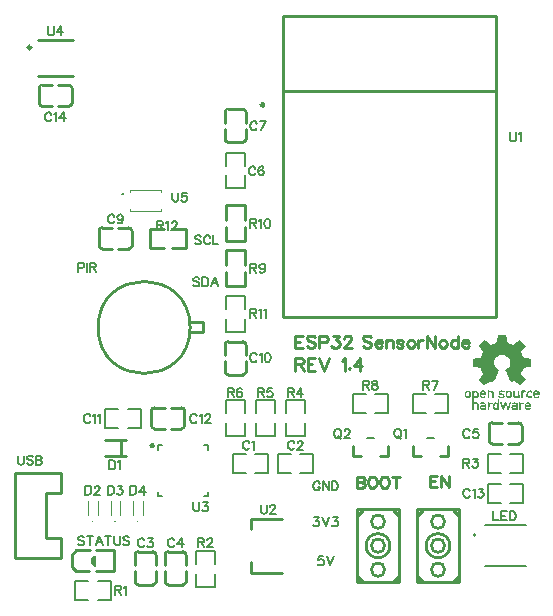
<source format=gto>
G04 Layer: TopSilkLayer*
G04 EasyEDA v6.3.43, 2020-05-12T15:16:01+02:00*
G04 4d644927dd1f4b27a0df6f52f7f7ce2a,accd6950acb14890b3c9ed90e7fce2f1,10*
G04 Gerber Generator version 0.2*
G04 Scale: 100 percent, Rotated: No, Reflected: No *
G04 Dimensions in inches *
G04 leading zeros omitted , absolute positions ,2 integer and 4 decimal *
%FSLAX24Y24*%
%MOIN*%
G90*
G70D02*

%ADD10C,0.010000*%
%ADD43C,0.004000*%
%ADD44C,0.007874*%
%ADD45C,0.005000*%
%ADD46C,0.005910*%
%ADD47C,0.006000*%
%ADD48C,0.003940*%
%ADD49C,0.009843*%
%ADD50C,0.003937*%
%ADD51C,0.011810*%
%ADD52C,0.005906*%

%LPD*%

%LPD*%
G36*
G01X16514Y9274D02*
G01X16260Y9274D01*
G01X16250Y9250D01*
G01X16245Y9233D01*
G01X16239Y9207D01*
G01X16233Y9174D01*
G01X16227Y9139D01*
G01X16215Y9053D01*
G01X16188Y9026D01*
G01X16171Y9014D01*
G01X16146Y9000D01*
G01X16116Y8987D01*
G01X16085Y8976D01*
G01X16010Y8952D01*
G01X15902Y9023D01*
G01X15795Y9093D01*
G01X15700Y9003D01*
G01X15605Y8912D01*
G01X15754Y8710D01*
G01X15724Y8634D01*
G01X15710Y8603D01*
G01X15695Y8573D01*
G01X15681Y8550D01*
G01X15670Y8536D01*
G01X15646Y8513D01*
G01X15557Y8502D01*
G01X15521Y8497D01*
G01X15487Y8491D01*
G01X15460Y8486D01*
G01X15443Y8481D01*
G01X15417Y8471D01*
G01X15417Y8229D01*
G01X15443Y8219D01*
G01X15460Y8215D01*
G01X15486Y8210D01*
G01X15519Y8204D01*
G01X15589Y8194D01*
G01X15620Y8188D01*
G01X15644Y8183D01*
G01X15658Y8178D01*
G01X15668Y8166D01*
G01X15682Y8144D01*
G01X15697Y8112D01*
G01X15714Y8076D01*
G01X15751Y7986D01*
G01X15605Y7788D01*
G01X15700Y7698D01*
G01X15795Y7607D01*
G01X15901Y7677D01*
G01X16007Y7746D01*
G01X16052Y7717D01*
G01X16098Y7689D01*
G01X16147Y7795D01*
G01X16158Y7818D01*
G01X16170Y7844D01*
G01X16206Y7925D01*
G01X16218Y7951D01*
G01X16228Y7975D01*
G01X16237Y7997D01*
G01X16277Y8092D01*
G01X16206Y8166D01*
G01X16135Y8239D01*
G01X16123Y8301D01*
G01X16111Y8362D01*
G01X16151Y8489D01*
G01X16212Y8539D01*
G01X16272Y8590D01*
G01X16333Y8601D01*
G01X16393Y8611D01*
G01X16448Y8600D01*
G01X16503Y8588D01*
G01X16563Y8538D01*
G01X16622Y8489D01*
G01X16643Y8425D01*
G01X16662Y8362D01*
G01X16650Y8301D01*
G01X16638Y8239D01*
G01X16567Y8166D01*
G01X16496Y8092D01*
G01X16537Y7997D01*
G01X16546Y7975D01*
G01X16556Y7951D01*
G01X16568Y7925D01*
G01X16604Y7844D01*
G01X16615Y7818D01*
G01X16626Y7795D01*
G01X16676Y7689D01*
G01X16721Y7717D01*
G01X16767Y7746D01*
G01X16873Y7677D01*
G01X16978Y7607D01*
G01X17074Y7698D01*
G01X17169Y7788D01*
G01X17023Y7986D01*
G01X17060Y8076D01*
G01X17076Y8112D01*
G01X17092Y8144D01*
G01X17106Y8166D01*
G01X17116Y8178D01*
G01X17130Y8183D01*
G01X17154Y8188D01*
G01X17185Y8194D01*
G01X17255Y8204D01*
G01X17288Y8210D01*
G01X17314Y8215D01*
G01X17331Y8219D01*
G01X17357Y8229D01*
G01X17357Y8471D01*
G01X17331Y8481D01*
G01X17314Y8486D01*
G01X17287Y8491D01*
G01X17253Y8497D01*
G01X17216Y8502D01*
G01X17127Y8513D01*
G01X17104Y8536D01*
G01X17093Y8550D01*
G01X17078Y8573D01*
G01X17064Y8603D01*
G01X17050Y8634D01*
G01X17019Y8710D01*
G01X17169Y8912D01*
G01X16978Y9093D01*
G01X16871Y9023D01*
G01X16764Y8952D01*
G01X16689Y8976D01*
G01X16658Y8987D01*
G01X16628Y9000D01*
G01X16603Y9014D01*
G01X16586Y9026D01*
G01X16558Y9053D01*
G01X16546Y9139D01*
G01X16541Y9174D01*
G01X16535Y9207D01*
G01X16529Y9233D01*
G01X16524Y9250D01*
G01X16514Y9274D01*
G37*

%LPD*%
G36*
G01X17560Y7426D02*
G01X17497Y7426D01*
G01X17427Y7360D01*
G01X17427Y7300D01*
G01X17428Y7275D01*
G01X17432Y7249D01*
G01X17438Y7226D01*
G01X17445Y7209D01*
G01X17463Y7176D01*
G01X17600Y7176D01*
G01X17622Y7210D01*
G01X17611Y7226D01*
G01X17600Y7243D01*
G01X17535Y7210D01*
G01X17507Y7220D01*
G01X17480Y7230D01*
G01X17480Y7276D01*
G01X17637Y7276D01*
G01X17637Y7359D01*
G01X17599Y7392D01*
G01X17560Y7426D01*
G37*

%LPC*%
G36*
G01X17524Y7376D02*
G01X17515Y7376D01*
G01X17506Y7373D01*
G01X17497Y7369D01*
G01X17491Y7365D01*
G01X17487Y7360D01*
G01X17483Y7353D01*
G01X17481Y7346D01*
G01X17480Y7340D01*
G01X17480Y7326D01*
G01X17589Y7326D01*
G01X17567Y7351D01*
G01X17557Y7361D01*
G01X17545Y7369D01*
G01X17534Y7375D01*
G01X17524Y7376D01*
G37*

%LPD*%
G36*
G01X17202Y7407D02*
G01X17128Y7429D01*
G01X17103Y7409D01*
G01X17077Y7389D01*
G01X17077Y7408D01*
G01X17076Y7415D01*
G01X17073Y7421D01*
G01X17068Y7425D01*
G01X17063Y7426D01*
G01X17056Y7426D01*
G01X17049Y7423D01*
G01X17042Y7419D01*
G01X17037Y7415D01*
G01X17032Y7402D01*
G01X17028Y7374D01*
G01X17026Y7336D01*
G01X17025Y7290D01*
G01X17025Y7176D01*
G01X17077Y7176D01*
G01X17077Y7339D01*
G01X17128Y7379D01*
G01X17145Y7370D01*
G01X17161Y7360D01*
G01X17202Y7407D01*
G37*

%LPD*%
G36*
G01X16625Y7423D02*
G01X16615Y7425D01*
G01X16606Y7424D01*
G01X16582Y7418D01*
G01X16571Y7414D01*
G01X16559Y7408D01*
G01X16546Y7399D01*
G01X16533Y7389D01*
G01X16523Y7378D01*
G01X16502Y7351D01*
G01X16501Y7301D01*
G01X16501Y7251D01*
G01X16555Y7176D01*
G01X16674Y7176D01*
G01X16692Y7209D01*
G01X16710Y7241D01*
G01X16710Y7375D01*
G01X16672Y7401D01*
G01X16655Y7410D01*
G01X16639Y7418D01*
G01X16625Y7423D01*
G37*

%LPC*%
G36*
G01X16649Y7368D02*
G01X16593Y7378D01*
G01X16551Y7328D01*
G01X16562Y7235D01*
G01X16611Y7230D01*
G01X16660Y7224D01*
G01X16649Y7368D01*
G37*

%LPD*%
G36*
G01X16381Y7425D02*
G01X16366Y7426D01*
G01X16352Y7424D01*
G01X16335Y7421D01*
G01X16318Y7415D01*
G01X16304Y7408D01*
G01X16273Y7391D01*
G01X16273Y7354D01*
G01X16275Y7338D01*
G01X16279Y7321D01*
G01X16286Y7307D01*
G01X16294Y7296D01*
G01X16315Y7276D01*
G01X16413Y7276D01*
G01X16413Y7226D01*
G01X16386Y7215D01*
G01X16359Y7205D01*
G01X16277Y7241D01*
G01X16266Y7231D01*
G01X16256Y7221D01*
G01X16276Y7199D01*
G01X16295Y7176D01*
G01X16426Y7176D01*
G01X16447Y7201D01*
G01X16468Y7225D01*
G01X16463Y7263D01*
G01X16457Y7301D01*
G01X16326Y7332D01*
G01X16326Y7380D01*
G01X16385Y7369D01*
G01X16445Y7359D01*
G01X16467Y7391D01*
G01X16432Y7409D01*
G01X16416Y7415D01*
G01X16399Y7421D01*
G01X16381Y7425D01*
G37*

%LPD*%
G36*
G01X15987Y7417D02*
G01X15906Y7423D01*
G01X15906Y7176D01*
G01X15959Y7176D01*
G01X15959Y7356D01*
G01X16019Y7378D01*
G01X16041Y7349D01*
G01X16064Y7320D01*
G01X16064Y7176D01*
G01X16120Y7176D01*
G01X16105Y7377D01*
G01X16086Y7394D01*
G01X16068Y7412D01*
G01X15987Y7417D01*
G37*

%LPD*%
G36*
G01X15784Y7426D02*
G01X15714Y7426D01*
G01X15644Y7360D01*
G01X15644Y7232D01*
G01X15708Y7176D01*
G01X15817Y7176D01*
G01X15827Y7193D01*
G01X15838Y7210D01*
G01X15827Y7226D01*
G01X15817Y7243D01*
G01X15781Y7226D01*
G01X15747Y7207D01*
G01X15722Y7228D01*
G01X15712Y7236D01*
G01X15704Y7246D01*
G01X15698Y7255D01*
G01X15696Y7262D01*
G01X15696Y7276D01*
G01X15854Y7276D01*
G01X15854Y7360D01*
G01X15784Y7426D01*
G37*

%LPC*%
G36*
G01X15756Y7373D02*
G01X15741Y7374D01*
G01X15727Y7373D01*
G01X15716Y7370D01*
G01X15709Y7366D01*
G01X15704Y7360D01*
G01X15700Y7353D01*
G01X15697Y7347D01*
G01X15696Y7340D01*
G01X15696Y7326D01*
G01X15804Y7326D01*
G01X15790Y7368D01*
G01X15756Y7373D01*
G37*

%LPD*%
G36*
G01X15261Y7423D02*
G01X15251Y7425D01*
G01X15242Y7424D01*
G01X15231Y7421D01*
G01X15218Y7418D01*
G01X15207Y7414D01*
G01X15195Y7408D01*
G01X15182Y7399D01*
G01X15170Y7389D01*
G01X15159Y7378D01*
G01X15138Y7351D01*
G01X15138Y7301D01*
G01X15137Y7251D01*
G01X15191Y7176D01*
G01X15310Y7176D01*
G01X15328Y7209D01*
G01X15347Y7241D01*
G01X15347Y7375D01*
G01X15308Y7401D01*
G01X15291Y7410D01*
G01X15275Y7418D01*
G01X15261Y7423D01*
G37*

%LPC*%
G36*
G01X15258Y7373D02*
G01X15230Y7378D01*
G01X15208Y7353D01*
G01X15187Y7328D01*
G01X15193Y7282D01*
G01X15198Y7235D01*
G01X15247Y7230D01*
G01X15296Y7224D01*
G01X15285Y7368D01*
G01X15258Y7373D01*
G37*

%LPD*%
G36*
G01X16785Y7422D02*
G01X16763Y7429D01*
G01X16763Y7214D01*
G01X16788Y7194D01*
G01X16801Y7187D01*
G01X16817Y7181D01*
G01X16835Y7177D01*
G01X16853Y7175D01*
G01X16872Y7176D01*
G01X16934Y7176D01*
G01X16974Y7177D01*
G01X16964Y7415D01*
G01X16943Y7422D01*
G01X16922Y7428D01*
G01X16917Y7332D01*
G01X16911Y7235D01*
G01X16824Y7235D01*
G01X16806Y7415D01*
G01X16785Y7422D01*
G37*

%LPD*%
G36*
G01X17335Y7423D02*
G01X17322Y7425D01*
G01X17309Y7424D01*
G01X17293Y7420D01*
G01X17277Y7414D01*
G01X17261Y7407D01*
G01X17247Y7398D01*
G01X17232Y7388D01*
G01X17221Y7378D01*
G01X17213Y7369D01*
G01X17208Y7358D01*
G01X17204Y7339D01*
G01X17201Y7316D01*
G01X17200Y7292D01*
G01X17200Y7232D01*
G01X17233Y7203D01*
G01X17267Y7174D01*
G01X17325Y7180D01*
G01X17383Y7185D01*
G01X17383Y7233D01*
G01X17261Y7235D01*
G01X17256Y7288D01*
G01X17250Y7341D01*
G01X17288Y7360D01*
G01X17326Y7380D01*
G01X17345Y7362D01*
G01X17363Y7344D01*
G01X17387Y7362D01*
G01X17410Y7381D01*
G01X17379Y7403D01*
G01X17365Y7412D01*
G01X17350Y7419D01*
G01X17335Y7423D01*
G37*

%LPD*%
G36*
G01X16291Y7127D02*
G01X16238Y7127D01*
G01X16238Y7016D01*
G01X16138Y7030D01*
G01X16081Y6953D01*
G01X16081Y6851D01*
G01X16107Y6815D01*
G01X16133Y6780D01*
G01X16291Y6782D01*
G01X16291Y7127D01*
G37*

%LPC*%
G36*
G01X16230Y6969D02*
G01X16152Y6979D01*
G01X16140Y6934D01*
G01X16128Y6888D01*
G01X16146Y6862D01*
G01X16164Y6835D01*
G01X16230Y6835D01*
G01X16230Y6969D01*
G37*

%LPD*%
G36*
G01X15799Y7027D02*
G01X15742Y7027D01*
G01X15719Y7026D01*
G01X15698Y7023D01*
G01X15682Y7020D01*
G01X15673Y7016D01*
G01X15668Y7010D01*
G01X15665Y7004D01*
G01X15662Y6997D01*
G01X15661Y6991D01*
G01X15661Y6977D01*
G01X15801Y6977D01*
G01X15801Y6927D01*
G01X15686Y6927D01*
G01X15665Y6907D01*
G01X15657Y6896D01*
G01X15650Y6882D01*
G01X15646Y6865D01*
G01X15644Y6849D01*
G01X15644Y6811D01*
G01X15707Y6779D01*
G01X15781Y6780D01*
G01X15854Y6781D01*
G01X15854Y6975D01*
G01X15826Y7001D01*
G01X15799Y7027D01*
G37*

%LPC*%
G36*
G01X15804Y6877D02*
G01X15696Y6877D01*
G01X15696Y6825D01*
G01X15790Y6835D01*
G01X15804Y6877D01*
G37*

%LPD*%
G36*
G01X16813Y7025D02*
G01X16794Y7026D01*
G01X16760Y7022D01*
G01X16744Y7019D01*
G01X16732Y7016D01*
G01X16710Y7007D01*
G01X16730Y6977D01*
G01X16850Y6977D01*
G01X16850Y6927D01*
G01X16729Y6927D01*
G01X16711Y6895D01*
G01X16704Y6881D01*
G01X16698Y6867D01*
G01X16694Y6855D01*
G01X16693Y6846D01*
G01X16695Y6838D01*
G01X16701Y6827D01*
G01X16709Y6815D01*
G01X16720Y6804D01*
G01X16747Y6778D01*
G01X16825Y6780D01*
G01X16903Y6781D01*
G01X16903Y6992D01*
G01X16869Y7009D01*
G01X16852Y7016D01*
G01X16833Y7021D01*
G01X16813Y7025D01*
G37*

%LPC*%
G36*
G01X16853Y6877D02*
G01X16745Y6877D01*
G01X16745Y6825D01*
G01X16839Y6835D01*
G01X16853Y6877D01*
G37*

%LPD*%
G36*
G01X17287Y7027D02*
G01X17205Y7027D01*
G01X17175Y6994D01*
G01X17144Y6962D01*
G01X17144Y6842D01*
G01X17175Y6809D01*
G01X17205Y6777D01*
G01X17301Y6777D01*
G01X17322Y6802D01*
G01X17344Y6827D01*
G01X17329Y6829D01*
G01X17319Y6830D01*
G01X17303Y6831D01*
G01X17284Y6832D01*
G01X17263Y6833D01*
G01X17212Y6835D01*
G01X17198Y6875D01*
G01X17348Y6885D01*
G01X17354Y6922D01*
G01X17359Y6958D01*
G01X17323Y6992D01*
G01X17287Y7027D01*
G37*

%LPC*%
G36*
G01X17284Y6977D02*
G01X17200Y6977D01*
G01X17200Y6927D01*
G01X17304Y6927D01*
G01X17293Y6952D01*
G01X17284Y6977D01*
G37*

%LPD*%
G36*
G01X15985Y7021D02*
G01X15906Y7024D01*
G01X15906Y6777D01*
G01X15957Y6777D01*
G01X15967Y6968D01*
G01X16072Y6986D01*
G01X16068Y7002D01*
G01X16064Y7019D01*
G01X15985Y7021D01*
G37*

%LPD*%
G36*
G01X15562Y7414D02*
G01X15399Y7421D01*
G01X15399Y6777D01*
G01X15450Y6777D01*
G01X15455Y6873D01*
G01X15460Y6968D01*
G01X15526Y6980D01*
G01X15541Y6958D01*
G01X15547Y6943D01*
G01X15552Y6919D01*
G01X15555Y6888D01*
G01X15556Y6856D01*
G01X15556Y6777D01*
G01X15609Y6777D01*
G01X15609Y6975D01*
G01X15551Y7030D01*
G01X15501Y7023D01*
G01X15452Y7016D01*
G01X15452Y7188D01*
G01X15562Y7172D01*
G01X15609Y7233D01*
G01X15609Y7353D01*
G01X15585Y7384D01*
G01X15562Y7414D01*
G37*

%LPC*%
G36*
G01X15511Y7375D02*
G01X15504Y7376D01*
G01X15497Y7375D01*
G01X15489Y7369D01*
G01X15479Y7362D01*
G01X15470Y7353D01*
G01X15449Y7328D01*
G01X15460Y7235D01*
G01X15548Y7235D01*
G01X15559Y7328D01*
G01X15538Y7353D01*
G01X15529Y7362D01*
G01X15519Y7369D01*
G01X15511Y7375D01*
G37*

%LPD*%
G36*
G01X16647Y6902D02*
G01X16691Y7029D01*
G01X16633Y7018D01*
G01X16615Y6957D01*
G01X16607Y6933D01*
G01X16599Y6911D01*
G01X16592Y6895D01*
G01X16586Y6886D01*
G01X16575Y6876D01*
G01X16531Y7027D01*
G01X16486Y7027D01*
G01X16465Y6964D01*
G01X16456Y6939D01*
G01X16446Y6916D01*
G01X16438Y6898D01*
G01X16431Y6888D01*
G01X16418Y6875D01*
G01X16378Y7027D01*
G01X16323Y7027D01*
G01X16333Y6998D01*
G01X16339Y6979D01*
G01X16349Y6950D01*
G01X16361Y6915D01*
G01X16373Y6877D01*
G01X16404Y6785D01*
G01X16453Y6785D01*
G01X16479Y6869D01*
G01X16505Y6952D01*
G01X16534Y6870D01*
G01X16562Y6788D01*
G01X16602Y6776D01*
G01X16647Y6902D01*
G37*

%LPD*%
G36*
G01X17037Y7021D02*
G01X16954Y7023D01*
G01X16959Y6905D01*
G01X16964Y6788D01*
G01X16986Y6781D01*
G01X17007Y6774D01*
G01X17008Y6855D01*
G01X17009Y6888D01*
G01X17012Y6917D01*
G01X17016Y6940D01*
G01X17021Y6954D01*
G01X17029Y6962D01*
G01X17043Y6969D01*
G01X17060Y6976D01*
G01X17077Y6979D01*
G01X17121Y6985D01*
G01X17121Y7019D01*
G01X17037Y7021D01*
G37*

%LPD*%
G54D43*
G01X3988Y13466D02*
G01X3988Y13403D01*
G01X3988Y14104D02*
G01X3988Y14041D01*
G01X5011Y14104D02*
G01X5011Y14025D01*
G01X5011Y13396D02*
G01X5011Y13470D01*
G01X5011Y13396D02*
G01X3988Y13396D01*
G01X3988Y13396D01*
G01X5011Y14104D02*
G01X3988Y14104D01*
G54D10*
G01X2090Y17909D02*
G01X909Y17909D01*
G01X2090Y19090D02*
G01X909Y19090D01*
G01X9045Y1344D02*
G01X8021Y1344D01*
G01X8021Y1698D01*
G01X8021Y2801D02*
G01X8021Y3155D01*
G01X9045Y3155D01*
G01X7814Y12110D02*
G01X7184Y12110D01*
G01X7186Y11381D02*
G01X7186Y10889D01*
G01X7816Y11381D02*
G01X7816Y10889D01*
G01X7184Y11618D02*
G01X7184Y12110D01*
G01X7814Y11618D02*
G01X7814Y12110D01*
G01X7816Y10889D02*
G01X7186Y10889D01*
G01X7184Y12389D02*
G01X7814Y12389D01*
G01X7812Y13118D02*
G01X7812Y13610D01*
G01X7182Y13118D02*
G01X7182Y13610D01*
G01X7814Y12881D02*
G01X7814Y12389D01*
G01X7184Y12881D02*
G01X7184Y12389D01*
G01X7182Y13610D02*
G01X7812Y13610D01*
G01X5860Y12185D02*
G01X5860Y12814D01*
G01X5131Y12812D02*
G01X4639Y12812D01*
G01X5131Y12183D02*
G01X4639Y12183D01*
G01X5368Y12814D02*
G01X5860Y12814D01*
G01X5368Y12185D02*
G01X5860Y12185D01*
G01X4639Y12183D02*
G01X4639Y12812D01*
G01X11550Y1250D02*
G01X11750Y1050D01*
G01X12950Y1250D02*
G01X12750Y1050D01*
G01X12750Y3450D02*
G01X12950Y3250D01*
G01X11750Y3450D02*
G01X11550Y3250D01*
G01X12958Y1029D02*
G01X11541Y1029D01*
G01X11541Y1029D02*
G01X11541Y3470D01*
G01X12958Y3470D02*
G01X12958Y1029D01*
G01X11541Y3470D02*
G01X12958Y3470D01*
G01X13550Y1250D02*
G01X13750Y1050D01*
G01X14950Y1250D02*
G01X14750Y1050D01*
G01X14750Y3450D02*
G01X14950Y3250D01*
G01X13750Y3450D02*
G01X13550Y3250D01*
G01X14958Y1029D02*
G01X13541Y1029D01*
G01X13541Y1029D02*
G01X13541Y3470D01*
G01X14958Y3470D02*
G01X14958Y1029D01*
G01X13541Y3470D02*
G01X14958Y3470D01*
G01X11685Y5244D02*
G01X11425Y5244D01*
G01X11685Y5244D01*
G01X11425Y5244D01*
G01X11425Y5565D01*
G01X12574Y5565D02*
G01X12574Y5244D01*
G01X12314Y5244D01*
G54D44*
G01X12118Y5854D02*
G01X11881Y5854D01*
G54D10*
G01X13685Y5244D02*
G01X13425Y5244D01*
G01X13685Y5244D01*
G01X13425Y5244D01*
G01X13425Y5565D01*
G01X14574Y5565D02*
G01X14574Y5244D01*
G01X14314Y5244D01*
G54D44*
G01X14118Y5854D02*
G01X13881Y5854D01*
G54D45*
G01X9100Y17244D02*
G01X9100Y19901D01*
G01X16186Y19901D01*
G01X16186Y17244D01*
G01X9100Y10157D02*
G01X9100Y9862D01*
G01X10084Y9862D01*
G01X15202Y9862D02*
G01X16186Y9862D01*
G01X16186Y10157D01*
G01X9116Y17421D02*
G01X16171Y17421D01*
G54D10*
G01X9100Y19901D02*
G01X16186Y19901D01*
G01X16186Y9862D01*
G01X9100Y9862D01*
G01X9100Y19901D01*
G01X9115Y17421D02*
G01X16171Y17421D01*
G01X3444Y2090D02*
G01X2865Y2090D01*
G01X3444Y1409D02*
G01X2865Y1409D01*
G01X3444Y1409D02*
G01X3444Y2090D01*
G01X2634Y2090D02*
G01X2175Y2090D01*
G01X2625Y1409D02*
G01X2175Y1409D01*
G01X2175Y1409D02*
G01X2034Y1550D01*
G01X2034Y1950D01*
G01X2175Y2090D01*
G54D46*
G01X2805Y1600D02*
G01X2805Y1909D01*
G01X2705Y1809D01*
G01X2705Y1669D01*
G01X2805Y1569D01*
G01X2805Y1659D01*
G01X2755Y1840D02*
G01X2755Y1640D01*
G54D47*
G01X15810Y1561D02*
G01X17188Y1561D01*
G01X15810Y2938D02*
G01X17188Y2938D01*
G54D44*
G01X9342Y4684D02*
G01X8909Y4684D01*
G01X8909Y5315D01*
G01X9342Y5315D01*
G01X9657Y4684D02*
G01X10090Y4684D01*
G01X10090Y5078D01*
G01X10090Y5315D01*
G01X9657Y5315D01*
G01X7842Y4684D02*
G01X7409Y4684D01*
G01X7409Y5315D01*
G01X7842Y5315D01*
G01X8157Y4684D02*
G01X8590Y4684D01*
G01X8590Y5078D01*
G01X8590Y5315D01*
G01X8157Y5315D01*
G54D10*
G01X3150Y5760D02*
G01X3300Y5760D01*
G01X3300Y5760D02*
G01X3850Y5760D01*
G01X3150Y5240D02*
G01X3300Y5240D01*
G01X3300Y5240D02*
G01X3850Y5240D01*
G01X3696Y5736D02*
G01X3696Y5255D01*
G54D44*
G01X12157Y7315D02*
G01X12590Y7315D01*
G01X12590Y6684D01*
G01X12157Y6684D01*
G01X11842Y7315D02*
G01X11409Y7315D01*
G01X11409Y6921D01*
G01X11409Y6684D01*
G01X11842Y6684D01*
G01X6815Y1317D02*
G01X6815Y884D01*
G01X6184Y884D01*
G01X6184Y1317D01*
G01X6815Y1632D02*
G01X6815Y2065D01*
G01X6421Y2065D01*
G01X6184Y2065D01*
G01X6184Y1632D01*
G54D10*
G01X5350Y6150D02*
G01X5700Y6150D01*
G01X5800Y6250D02*
G01X5800Y6750D01*
G01X5700Y6850D02*
G01X5350Y6850D01*
G01X5150Y6150D02*
G01X4800Y6150D01*
G01X4700Y6250D02*
G01X4700Y6750D01*
G01X4800Y6850D02*
G01X5150Y6850D01*
G54D48*
G01X4092Y3263D02*
G01X4092Y3736D01*
G01X4407Y3263D02*
G01X4407Y3736D01*
G01X2592Y3263D02*
G01X2592Y3736D01*
G01X2907Y3263D02*
G01X2907Y3736D01*
G01X3342Y3263D02*
G01X3342Y3736D01*
G01X3657Y3263D02*
G01X3657Y3736D01*
G54D10*
G01X139Y4669D02*
G01X139Y1834D01*
G01X1667Y1832D02*
G01X140Y1830D01*
G01X1667Y4667D02*
G01X140Y4669D01*
G01X1668Y4669D02*
G01X1668Y3990D01*
G01X1178Y3990D01*
G01X1178Y2519D01*
G01X1668Y2519D01*
G01X1668Y1830D01*
G54D44*
G01X4903Y5434D02*
G01X4903Y5591D01*
G01X5061Y5591D01*
G01X6438Y5591D02*
G01X6596Y5591D01*
G01X6596Y5434D01*
G01X6438Y3898D02*
G01X6596Y3898D01*
G01X6596Y4055D01*
G01X5061Y3898D02*
G01X4903Y3898D01*
G01X4903Y4055D01*
G01X3907Y6815D02*
G01X4340Y6815D01*
G01X4340Y6184D01*
G01X3907Y6184D01*
G01X3592Y6815D02*
G01X3159Y6815D01*
G01X3159Y6421D01*
G01X3159Y6184D01*
G01X3592Y6184D01*
G54D10*
G01X5959Y9716D02*
G01X6432Y9716D01*
G01X6432Y9382D01*
G01X5959Y9382D01*
G54D44*
G01X16342Y3684D02*
G01X15909Y3684D01*
G01X15909Y4315D01*
G01X16342Y4315D01*
G01X16657Y3684D02*
G01X17090Y3684D01*
G01X17090Y4078D01*
G01X17090Y4315D01*
G01X16657Y4315D01*
G01X7184Y14907D02*
G01X7184Y15340D01*
G01X7815Y15340D01*
G01X7815Y14907D01*
G01X7184Y14592D02*
G01X7184Y14159D01*
G01X7578Y14159D01*
G01X7815Y14159D01*
G01X7815Y14592D01*
G01X8184Y6657D02*
G01X8184Y7090D01*
G01X8815Y7090D01*
G01X8815Y6657D01*
G01X8184Y6342D02*
G01X8184Y5909D01*
G01X8578Y5909D01*
G01X8815Y5909D01*
G01X8815Y6342D01*
G01X7815Y9816D02*
G01X7815Y9383D01*
G01X7184Y9383D01*
G01X7184Y9816D01*
G01X7815Y10131D02*
G01X7815Y10564D01*
G01X7421Y10564D01*
G01X7184Y10564D01*
G01X7184Y10131D01*
G01X9184Y6657D02*
G01X9184Y7090D01*
G01X9814Y7090D01*
G01X9814Y6657D01*
G01X9184Y6342D02*
G01X9184Y5909D01*
G01X9578Y5909D01*
G01X9814Y5909D01*
G01X9814Y6342D01*
G01X7815Y6342D02*
G01X7815Y5909D01*
G01X7184Y5909D01*
G01X7184Y6342D01*
G01X7815Y6657D02*
G01X7815Y7090D01*
G01X7421Y7090D01*
G01X7184Y7090D01*
G01X7184Y6657D01*
G01X16342Y4684D02*
G01X15909Y4684D01*
G01X15909Y5315D01*
G01X16342Y5315D01*
G01X16657Y4684D02*
G01X17090Y4684D01*
G01X17090Y5078D01*
G01X17090Y5315D01*
G01X16657Y5315D01*
G01X13842Y6684D02*
G01X13409Y6684D01*
G01X13409Y7315D01*
G01X13842Y7315D01*
G01X14157Y6684D02*
G01X14590Y6684D01*
G01X14590Y7078D01*
G01X14590Y7315D01*
G01X14157Y7315D01*
G54D10*
G01X3600Y12150D02*
G01X3950Y12150D01*
G01X4050Y12250D02*
G01X4050Y12750D01*
G01X3950Y12850D02*
G01X3600Y12850D01*
G01X3400Y12150D02*
G01X3050Y12150D01*
G01X2950Y12250D02*
G01X2950Y12750D01*
G01X3050Y12850D02*
G01X3400Y12850D01*
G01X4150Y1400D02*
G01X4150Y1050D01*
G01X4250Y950D02*
G01X4750Y950D01*
G01X4850Y1050D02*
G01X4850Y1400D01*
G01X4150Y1600D02*
G01X4150Y1950D01*
G01X4250Y2050D02*
G01X4750Y2050D01*
G01X4850Y1950D02*
G01X4850Y1600D01*
G01X7150Y8400D02*
G01X7150Y8050D01*
G01X7250Y7950D02*
G01X7750Y7950D01*
G01X7850Y8050D02*
G01X7850Y8400D01*
G01X7150Y8600D02*
G01X7150Y8950D01*
G01X7250Y9050D02*
G01X7750Y9050D01*
G01X7850Y8950D02*
G01X7850Y8600D01*
G01X1400Y17600D02*
G01X1050Y17600D01*
G01X950Y17500D02*
G01X950Y17000D01*
G01X1050Y16900D02*
G01X1400Y16900D01*
G01X1600Y17600D02*
G01X1950Y17600D01*
G01X2050Y17500D02*
G01X2050Y17000D01*
G01X1950Y16900D02*
G01X1600Y16900D01*
G01X7850Y16350D02*
G01X7850Y16700D01*
G01X7750Y16800D02*
G01X7250Y16800D01*
G01X7150Y16700D02*
G01X7150Y16350D01*
G01X7850Y16150D02*
G01X7850Y15800D01*
G01X7750Y15700D02*
G01X7250Y15700D01*
G01X7150Y15800D02*
G01X7150Y16150D01*
G01X16600Y5650D02*
G01X16950Y5650D01*
G01X17050Y5750D02*
G01X17050Y6250D01*
G01X16950Y6350D02*
G01X16600Y6350D01*
G01X16400Y5650D02*
G01X16050Y5650D01*
G01X15950Y5750D02*
G01X15950Y6250D01*
G01X16050Y6350D02*
G01X16400Y6350D01*
G01X5150Y1400D02*
G01X5150Y1050D01*
G01X5250Y950D02*
G01X5750Y950D01*
G01X5850Y1050D02*
G01X5850Y1400D01*
G01X5150Y1600D02*
G01X5150Y1950D01*
G01X5250Y2050D02*
G01X5750Y2050D01*
G01X5850Y1950D02*
G01X5850Y1600D01*
G54D44*
G01X2592Y434D02*
G01X2159Y434D01*
G01X2159Y1065D01*
G01X2592Y1065D01*
G01X2907Y434D02*
G01X3340Y434D01*
G01X3340Y828D01*
G01X3340Y1065D01*
G01X2907Y1065D01*
G54D49*
G01X9500Y9250D02*
G01X9500Y8836D01*
G01X9500Y9250D02*
G01X9756Y9250D01*
G01X9500Y9053D02*
G01X9656Y9053D01*
G01X9500Y8836D02*
G01X9756Y8836D01*
G01X10160Y9190D02*
G01X10122Y9230D01*
G01X10063Y9250D01*
G01X9984Y9250D01*
G01X9925Y9230D01*
G01X9885Y9190D01*
G01X9885Y9151D01*
G01X9906Y9111D01*
G01X9925Y9092D01*
G01X9964Y9073D01*
G01X10082Y9034D01*
G01X10122Y9013D01*
G01X10142Y8994D01*
G01X10160Y8955D01*
G01X10160Y8896D01*
G01X10122Y8857D01*
G01X10063Y8836D01*
G01X9984Y8836D01*
G01X9925Y8857D01*
G01X9885Y8896D01*
G01X10290Y9250D02*
G01X10290Y8836D01*
G01X10290Y9250D02*
G01X10468Y9250D01*
G01X10527Y9230D01*
G01X10547Y9211D01*
G01X10567Y9171D01*
G01X10567Y9111D01*
G01X10547Y9073D01*
G01X10527Y9053D01*
G01X10468Y9034D01*
G01X10290Y9034D01*
G01X10735Y9250D02*
G01X10952Y9250D01*
G01X10835Y9092D01*
G01X10893Y9092D01*
G01X10932Y9073D01*
G01X10952Y9053D01*
G01X10972Y8994D01*
G01X10972Y8955D01*
G01X10952Y8896D01*
G01X10913Y8857D01*
G01X10853Y8836D01*
G01X10794Y8836D01*
G01X10735Y8857D01*
G01X10717Y8876D01*
G01X10697Y8915D01*
G01X11122Y9151D02*
G01X11122Y9171D01*
G01X11142Y9211D01*
G01X11160Y9230D01*
G01X11201Y9250D01*
G01X11280Y9250D01*
G01X11318Y9230D01*
G01X11339Y9211D01*
G01X11357Y9171D01*
G01X11357Y9132D01*
G01X11339Y9092D01*
G01X11298Y9034D01*
G01X11102Y8836D01*
G01X11377Y8836D01*
G01X12026Y9190D02*
G01X11985Y9230D01*
G01X11927Y9250D01*
G01X11847Y9250D01*
G01X11789Y9230D01*
G01X11750Y9190D01*
G01X11750Y9151D01*
G01X11769Y9111D01*
G01X11789Y9092D01*
G01X11828Y9073D01*
G01X11947Y9034D01*
G01X11985Y9013D01*
G01X12006Y8994D01*
G01X12026Y8955D01*
G01X12026Y8896D01*
G01X11985Y8857D01*
G01X11927Y8836D01*
G01X11847Y8836D01*
G01X11789Y8857D01*
G01X11750Y8896D01*
G01X12156Y8994D02*
G01X12392Y8994D01*
G01X12392Y9034D01*
G01X12372Y9073D01*
G01X12352Y9092D01*
G01X12313Y9111D01*
G01X12253Y9111D01*
G01X12214Y9092D01*
G01X12175Y9053D01*
G01X12156Y8994D01*
G01X12156Y8955D01*
G01X12175Y8896D01*
G01X12214Y8857D01*
G01X12253Y8836D01*
G01X12313Y8836D01*
G01X12352Y8857D01*
G01X12392Y8896D01*
G01X12522Y9111D02*
G01X12522Y8836D01*
G01X12522Y9034D02*
G01X12581Y9092D01*
G01X12619Y9111D01*
G01X12678Y9111D01*
G01X12718Y9092D01*
G01X12738Y9034D01*
G01X12738Y8836D01*
G01X13085Y9053D02*
G01X13064Y9092D01*
G01X13006Y9111D01*
G01X12947Y9111D01*
G01X12888Y9092D01*
G01X12868Y9053D01*
G01X12888Y9013D01*
G01X12927Y8994D01*
G01X13026Y8975D01*
G01X13064Y8955D01*
G01X13085Y8915D01*
G01X13085Y8896D01*
G01X13064Y8857D01*
G01X13006Y8836D01*
G01X12947Y8836D01*
G01X12888Y8857D01*
G01X12868Y8896D01*
G01X13313Y9111D02*
G01X13273Y9092D01*
G01X13234Y9053D01*
G01X13214Y8994D01*
G01X13214Y8955D01*
G01X13234Y8896D01*
G01X13273Y8857D01*
G01X13313Y8836D01*
G01X13372Y8836D01*
G01X13410Y8857D01*
G01X13451Y8896D01*
G01X13469Y8955D01*
G01X13469Y8994D01*
G01X13451Y9053D01*
G01X13410Y9092D01*
G01X13372Y9111D01*
G01X13313Y9111D01*
G01X13600Y9111D02*
G01X13600Y8836D01*
G01X13600Y8994D02*
G01X13619Y9053D01*
G01X13659Y9092D01*
G01X13698Y9111D01*
G01X13757Y9111D01*
G01X13888Y9250D02*
G01X13888Y8836D01*
G01X13888Y9250D02*
G01X14163Y8836D01*
G01X14163Y9250D02*
G01X14163Y8836D01*
G01X14392Y9111D02*
G01X14352Y9092D01*
G01X14313Y9053D01*
G01X14293Y8994D01*
G01X14293Y8955D01*
G01X14313Y8896D01*
G01X14352Y8857D01*
G01X14392Y8836D01*
G01X14451Y8836D01*
G01X14489Y8857D01*
G01X14530Y8896D01*
G01X14548Y8955D01*
G01X14548Y8994D01*
G01X14530Y9053D01*
G01X14489Y9092D01*
G01X14451Y9111D01*
G01X14392Y9111D01*
G01X14914Y9250D02*
G01X14914Y8836D01*
G01X14914Y9053D02*
G01X14876Y9092D01*
G01X14836Y9111D01*
G01X14777Y9111D01*
G01X14738Y9092D01*
G01X14698Y9053D01*
G01X14678Y8994D01*
G01X14678Y8955D01*
G01X14698Y8896D01*
G01X14738Y8857D01*
G01X14777Y8836D01*
G01X14836Y8836D01*
G01X14876Y8857D01*
G01X14914Y8896D01*
G01X15044Y8994D02*
G01X15281Y8994D01*
G01X15281Y9034D01*
G01X15261Y9073D01*
G01X15242Y9092D01*
G01X15202Y9111D01*
G01X15143Y9111D01*
G01X15103Y9092D01*
G01X15064Y9053D01*
G01X15044Y8994D01*
G01X15044Y8955D01*
G01X15064Y8896D01*
G01X15103Y8857D01*
G01X15143Y8836D01*
G01X15202Y8836D01*
G01X15242Y8857D01*
G01X15281Y8896D01*
G01X9500Y8500D02*
G01X9500Y8086D01*
G01X9500Y8500D02*
G01X9677Y8500D01*
G01X9735Y8480D01*
G01X9756Y8461D01*
G01X9776Y8421D01*
G01X9776Y8382D01*
G01X9756Y8342D01*
G01X9735Y8323D01*
G01X9677Y8303D01*
G01X9500Y8303D01*
G01X9638Y8303D02*
G01X9776Y8086D01*
G01X9906Y8500D02*
G01X9906Y8086D01*
G01X9906Y8500D02*
G01X10160Y8500D01*
G01X9906Y8303D02*
G01X10063Y8303D01*
G01X9906Y8086D02*
G01X10160Y8086D01*
G01X10290Y8500D02*
G01X10448Y8086D01*
G01X10606Y8500D02*
G01X10448Y8086D01*
G01X11039Y8421D02*
G01X11078Y8440D01*
G01X11138Y8500D01*
G01X11138Y8086D01*
G01X11286Y8184D02*
G01X11268Y8165D01*
G01X11286Y8146D01*
G01X11306Y8165D01*
G01X11286Y8184D01*
G01X11634Y8500D02*
G01X11436Y8225D01*
G01X11731Y8225D01*
G01X11634Y8500D02*
G01X11634Y8086D01*
G54D52*
G01X6350Y12548D02*
G01X6321Y12576D01*
G01X6278Y12592D01*
G01X6221Y12592D01*
G01X6178Y12576D01*
G01X6150Y12548D01*
G01X6150Y12519D01*
G01X6163Y12492D01*
G01X6178Y12476D01*
G01X6207Y12463D01*
G01X6292Y12434D01*
G01X6321Y12419D01*
G01X6336Y12405D01*
G01X6350Y12376D01*
G01X6350Y12334D01*
G01X6321Y12305D01*
G01X6278Y12290D01*
G01X6221Y12290D01*
G01X6178Y12305D01*
G01X6150Y12334D01*
G01X6659Y12519D02*
G01X6644Y12548D01*
G01X6617Y12576D01*
G01X6588Y12592D01*
G01X6530Y12592D01*
G01X6501Y12576D01*
G01X6473Y12548D01*
G01X6459Y12519D01*
G01X6444Y12476D01*
G01X6444Y12405D01*
G01X6459Y12363D01*
G01X6473Y12334D01*
G01X6501Y12305D01*
G01X6530Y12290D01*
G01X6588Y12290D01*
G01X6617Y12305D01*
G01X6644Y12334D01*
G01X6659Y12363D01*
G01X6753Y12592D02*
G01X6753Y12290D01*
G01X6753Y12290D02*
G01X6926Y12290D01*
G01X6300Y11149D02*
G01X6271Y11177D01*
G01X6228Y11192D01*
G01X6171Y11192D01*
G01X6128Y11177D01*
G01X6100Y11149D01*
G01X6100Y11120D01*
G01X6113Y11092D01*
G01X6128Y11077D01*
G01X6157Y11063D01*
G01X6242Y11034D01*
G01X6271Y11020D01*
G01X6286Y11006D01*
G01X6300Y10977D01*
G01X6300Y10934D01*
G01X6271Y10905D01*
G01X6228Y10891D01*
G01X6171Y10891D01*
G01X6128Y10905D01*
G01X6100Y10934D01*
G01X6394Y11192D02*
G01X6394Y10891D01*
G01X6394Y11192D02*
G01X6494Y11192D01*
G01X6538Y11177D01*
G01X6567Y11149D01*
G01X6580Y11120D01*
G01X6594Y11077D01*
G01X6594Y11006D01*
G01X6580Y10963D01*
G01X6567Y10934D01*
G01X6538Y10905D01*
G01X6494Y10891D01*
G01X6394Y10891D01*
G01X6803Y11192D02*
G01X6690Y10891D01*
G01X6803Y11192D02*
G01X6919Y10891D01*
G01X6732Y10991D02*
G01X6876Y10991D01*
G01X10422Y1892D02*
G01X10278Y1892D01*
G01X10264Y1763D01*
G01X10278Y1776D01*
G01X10322Y1792D01*
G01X10364Y1792D01*
G01X10406Y1776D01*
G01X10435Y1748D01*
G01X10450Y1705D01*
G01X10450Y1676D01*
G01X10435Y1634D01*
G01X10406Y1605D01*
G01X10364Y1590D01*
G01X10322Y1590D01*
G01X10278Y1605D01*
G01X10264Y1619D01*
G01X10250Y1648D01*
G01X10544Y1892D02*
G01X10659Y1590D01*
G01X10773Y1892D02*
G01X10659Y1590D01*
G01X10128Y3191D02*
G01X10285Y3191D01*
G01X10200Y3076D01*
G01X10243Y3076D01*
G01X10272Y3062D01*
G01X10285Y3048D01*
G01X10300Y3005D01*
G01X10300Y2976D01*
G01X10285Y2933D01*
G01X10256Y2904D01*
G01X10214Y2890D01*
G01X10172Y2890D01*
G01X10128Y2904D01*
G01X10114Y2919D01*
G01X10100Y2947D01*
G01X10394Y3191D02*
G01X10509Y2890D01*
G01X10623Y3191D02*
G01X10509Y2890D01*
G01X10747Y3191D02*
G01X10905Y3191D01*
G01X10818Y3076D01*
G01X10861Y3076D01*
G01X10889Y3062D01*
G01X10905Y3048D01*
G01X10918Y3005D01*
G01X10918Y2976D01*
G01X10905Y2933D01*
G01X10876Y2904D01*
G01X10832Y2890D01*
G01X10789Y2890D01*
G01X10747Y2904D01*
G01X10732Y2919D01*
G01X10718Y2947D01*
G01X10314Y4320D02*
G01X10300Y4349D01*
G01X10272Y4377D01*
G01X10243Y4392D01*
G01X10185Y4392D01*
G01X10156Y4377D01*
G01X10128Y4349D01*
G01X10114Y4320D01*
G01X10100Y4277D01*
G01X10100Y4206D01*
G01X10114Y4163D01*
G01X10128Y4134D01*
G01X10156Y4105D01*
G01X10185Y4091D01*
G01X10243Y4091D01*
G01X10272Y4105D01*
G01X10300Y4134D01*
G01X10314Y4163D01*
G01X10314Y4206D01*
G01X10243Y4206D02*
G01X10314Y4206D01*
G01X10409Y4392D02*
G01X10409Y4091D01*
G01X10409Y4392D02*
G01X10610Y4091D01*
G01X10610Y4392D02*
G01X10610Y4091D01*
G01X10703Y4392D02*
G01X10703Y4091D01*
G01X10703Y4392D02*
G01X10803Y4392D01*
G01X10847Y4377D01*
G01X10876Y4349D01*
G01X10889Y4320D01*
G01X10905Y4277D01*
G01X10905Y4206D01*
G01X10889Y4163D01*
G01X10876Y4134D01*
G01X10847Y4105D01*
G01X10803Y4091D01*
G01X10703Y4091D01*
G01X5400Y14017D02*
G01X5400Y13803D01*
G01X5413Y13759D01*
G01X5442Y13730D01*
G01X5486Y13717D01*
G01X5515Y13717D01*
G01X5557Y13730D01*
G01X5586Y13759D01*
G01X5600Y13803D01*
G01X5600Y14017D01*
G01X5867Y14017D02*
G01X5723Y14017D01*
G01X5709Y13888D01*
G01X5723Y13903D01*
G01X5765Y13917D01*
G01X5809Y13917D01*
G01X5851Y13903D01*
G01X5880Y13875D01*
G01X5894Y13832D01*
G01X5894Y13803D01*
G01X5880Y13759D01*
G01X5851Y13730D01*
G01X5809Y13717D01*
G01X5765Y13717D01*
G01X5723Y13730D01*
G01X5709Y13746D01*
G01X5694Y13773D01*
G01X1249Y19567D02*
G01X1249Y19353D01*
G01X1264Y19310D01*
G01X1292Y19281D01*
G01X1335Y19267D01*
G01X1364Y19267D01*
G01X1407Y19281D01*
G01X1435Y19310D01*
G01X1450Y19353D01*
G01X1450Y19567D01*
G01X1687Y19567D02*
G01X1544Y19367D01*
G01X1759Y19367D01*
G01X1687Y19567D02*
G01X1687Y19267D01*
G01X8350Y3618D02*
G01X8350Y3403D01*
G01X8363Y3360D01*
G01X8392Y3331D01*
G01X8436Y3317D01*
G01X8465Y3317D01*
G01X8507Y3331D01*
G01X8536Y3360D01*
G01X8550Y3403D01*
G01X8550Y3618D01*
G01X8659Y3546D02*
G01X8659Y3561D01*
G01X8673Y3589D01*
G01X8688Y3603D01*
G01X8715Y3618D01*
G01X8773Y3618D01*
G01X8801Y3603D01*
G01X8817Y3589D01*
G01X8830Y3561D01*
G01X8830Y3532D01*
G01X8817Y3503D01*
G01X8788Y3460D01*
G01X8644Y3317D01*
G01X8844Y3317D01*
G01X8000Y11650D02*
G01X8000Y11349D01*
G01X8000Y11650D02*
G01X8128Y11650D01*
G01X8171Y11635D01*
G01X8186Y11621D01*
G01X8200Y11593D01*
G01X8200Y11564D01*
G01X8186Y11535D01*
G01X8171Y11521D01*
G01X8128Y11507D01*
G01X8000Y11507D01*
G01X8100Y11507D02*
G01X8200Y11349D01*
G01X8480Y11550D02*
G01X8467Y11507D01*
G01X8438Y11478D01*
G01X8394Y11464D01*
G01X8380Y11464D01*
G01X8338Y11478D01*
G01X8309Y11507D01*
G01X8294Y11550D01*
G01X8294Y11564D01*
G01X8309Y11607D01*
G01X8338Y11635D01*
G01X8380Y11650D01*
G01X8394Y11650D01*
G01X8438Y11635D01*
G01X8467Y11607D01*
G01X8480Y11550D01*
G01X8480Y11478D01*
G01X8467Y11406D01*
G01X8438Y11363D01*
G01X8394Y11349D01*
G01X8365Y11349D01*
G01X8323Y11363D01*
G01X8309Y11392D01*
G01X8000Y13141D02*
G01X8000Y12840D01*
G01X8000Y13141D02*
G01X8128Y13141D01*
G01X8171Y13127D01*
G01X8186Y13112D01*
G01X8200Y13084D01*
G01X8200Y13055D01*
G01X8186Y13027D01*
G01X8171Y13012D01*
G01X8128Y12998D01*
G01X8000Y12998D01*
G01X8100Y12998D02*
G01X8200Y12840D01*
G01X8294Y13084D02*
G01X8323Y13098D01*
G01X8365Y13141D01*
G01X8365Y12840D01*
G01X8546Y13141D02*
G01X8503Y13127D01*
G01X8475Y13084D01*
G01X8461Y13012D01*
G01X8461Y12969D01*
G01X8475Y12898D01*
G01X8503Y12855D01*
G01X8546Y12840D01*
G01X8576Y12840D01*
G01X8617Y12855D01*
G01X8646Y12898D01*
G01X8661Y12969D01*
G01X8661Y13012D01*
G01X8646Y13084D01*
G01X8617Y13127D01*
G01X8576Y13141D01*
G01X8546Y13141D01*
G01X4900Y13067D02*
G01X4900Y12767D01*
G01X4900Y13067D02*
G01X5028Y13067D01*
G01X5071Y13053D01*
G01X5086Y13038D01*
G01X5100Y13011D01*
G01X5100Y12982D01*
G01X5086Y12953D01*
G01X5071Y12938D01*
G01X5028Y12925D01*
G01X4900Y12925D01*
G01X5000Y12925D02*
G01X5100Y12767D01*
G01X5194Y13011D02*
G01X5223Y13025D01*
G01X5265Y13067D01*
G01X5265Y12767D01*
G01X5375Y12996D02*
G01X5375Y13011D01*
G01X5390Y13038D01*
G01X5403Y13053D01*
G01X5432Y13067D01*
G01X5490Y13067D01*
G01X5517Y13053D01*
G01X5532Y13038D01*
G01X5546Y13011D01*
G01X5546Y12982D01*
G01X5532Y12953D01*
G01X5503Y12909D01*
G01X5361Y12767D01*
G01X5561Y12767D01*
G54D49*
G01X11550Y4550D02*
G01X11550Y4173D01*
G01X11550Y4550D02*
G01X11710Y4550D01*
G01X11764Y4532D01*
G01X11782Y4513D01*
G01X11801Y4478D01*
G01X11801Y4442D01*
G01X11782Y4405D01*
G01X11764Y4388D01*
G01X11710Y4371D01*
G01X11550Y4371D02*
G01X11710Y4371D01*
G01X11764Y4353D01*
G01X11782Y4334D01*
G01X11801Y4298D01*
G01X11801Y4244D01*
G01X11782Y4209D01*
G01X11764Y4192D01*
G01X11710Y4173D01*
G01X11550Y4173D01*
G01X12026Y4550D02*
G01X11989Y4532D01*
G01X11953Y4496D01*
G01X11936Y4459D01*
G01X11918Y4405D01*
G01X11918Y4317D01*
G01X11936Y4263D01*
G01X11953Y4228D01*
G01X11989Y4192D01*
G01X12026Y4173D01*
G01X12097Y4173D01*
G01X12132Y4192D01*
G01X12168Y4228D01*
G01X12186Y4263D01*
G01X12205Y4317D01*
G01X12205Y4405D01*
G01X12186Y4459D01*
G01X12168Y4496D01*
G01X12132Y4532D01*
G01X12097Y4550D01*
G01X12026Y4550D01*
G01X12430Y4550D02*
G01X12394Y4532D01*
G01X12359Y4496D01*
G01X12340Y4459D01*
G01X12322Y4405D01*
G01X12322Y4317D01*
G01X12340Y4263D01*
G01X12359Y4228D01*
G01X12394Y4192D01*
G01X12430Y4173D01*
G01X12502Y4173D01*
G01X12538Y4192D01*
G01X12573Y4228D01*
G01X12592Y4263D01*
G01X12609Y4317D01*
G01X12609Y4405D01*
G01X12592Y4459D01*
G01X12573Y4496D01*
G01X12538Y4532D01*
G01X12502Y4550D01*
G01X12430Y4550D01*
G01X12852Y4550D02*
G01X12852Y4173D01*
G01X12727Y4550D02*
G01X12977Y4550D01*
G01X14000Y4585D02*
G01X14000Y4209D01*
G01X14000Y4585D02*
G01X14232Y4585D01*
G01X14000Y4406D02*
G01X14143Y4406D01*
G01X14000Y4209D02*
G01X14232Y4209D01*
G01X14351Y4585D02*
G01X14351Y4209D01*
G01X14351Y4585D02*
G01X14601Y4209D01*
G01X14601Y4585D02*
G01X14601Y4209D01*
G54D52*
G01X10885Y6141D02*
G01X10856Y6127D01*
G01X10828Y6098D01*
G01X10814Y6069D01*
G01X10800Y6026D01*
G01X10800Y5955D01*
G01X10814Y5912D01*
G01X10828Y5883D01*
G01X10856Y5855D01*
G01X10885Y5840D01*
G01X10943Y5840D01*
G01X10972Y5855D01*
G01X11000Y5883D01*
G01X11014Y5912D01*
G01X11028Y5955D01*
G01X11028Y6026D01*
G01X11014Y6069D01*
G01X11000Y6098D01*
G01X10972Y6127D01*
G01X10943Y6141D01*
G01X10885Y6141D01*
G01X10928Y5898D02*
G01X11014Y5812D01*
G01X11138Y6069D02*
G01X11138Y6084D01*
G01X11152Y6112D01*
G01X11165Y6127D01*
G01X11194Y6141D01*
G01X11252Y6141D01*
G01X11281Y6127D01*
G01X11294Y6112D01*
G01X11310Y6084D01*
G01X11310Y6055D01*
G01X11294Y6026D01*
G01X11267Y5983D01*
G01X11123Y5840D01*
G01X11323Y5840D01*
G01X12885Y6150D02*
G01X12856Y6136D01*
G01X12828Y6107D01*
G01X12814Y6078D01*
G01X12800Y6035D01*
G01X12800Y5964D01*
G01X12814Y5921D01*
G01X12828Y5892D01*
G01X12856Y5864D01*
G01X12885Y5849D01*
G01X12943Y5849D01*
G01X12972Y5864D01*
G01X13000Y5892D01*
G01X13014Y5921D01*
G01X13028Y5964D01*
G01X13028Y6035D01*
G01X13014Y6078D01*
G01X13000Y6107D01*
G01X12972Y6136D01*
G01X12943Y6150D01*
G01X12885Y6150D01*
G01X12928Y5907D02*
G01X13014Y5821D01*
G01X13123Y6093D02*
G01X13152Y6107D01*
G01X13194Y6150D01*
G01X13194Y5849D01*
G01X16650Y16042D02*
G01X16650Y15826D01*
G01X16664Y15784D01*
G01X16693Y15755D01*
G01X16736Y15740D01*
G01X16764Y15740D01*
G01X16807Y15755D01*
G01X16836Y15784D01*
G01X16850Y15826D01*
G01X16850Y16042D01*
G01X16945Y15984D02*
G01X16973Y15998D01*
G01X17016Y16042D01*
G01X17016Y15740D01*
G01X2450Y2525D02*
G01X2421Y2553D01*
G01X2378Y2567D01*
G01X2321Y2567D01*
G01X2278Y2553D01*
G01X2250Y2525D01*
G01X2250Y2496D01*
G01X2263Y2467D01*
G01X2278Y2453D01*
G01X2307Y2438D01*
G01X2392Y2409D01*
G01X2421Y2396D01*
G01X2436Y2382D01*
G01X2450Y2353D01*
G01X2450Y2309D01*
G01X2421Y2280D01*
G01X2378Y2267D01*
G01X2321Y2267D01*
G01X2278Y2280D01*
G01X2250Y2309D01*
G01X2644Y2567D02*
G01X2644Y2267D01*
G01X2544Y2567D02*
G01X2744Y2567D01*
G01X2953Y2567D02*
G01X2840Y2267D01*
G01X2953Y2567D02*
G01X3069Y2267D01*
G01X2882Y2367D02*
G01X3026Y2367D01*
G01X3263Y2567D02*
G01X3263Y2267D01*
G01X3163Y2567D02*
G01X3363Y2567D01*
G01X3457Y2567D02*
G01X3457Y2353D01*
G01X3473Y2309D01*
G01X3501Y2280D01*
G01X3544Y2267D01*
G01X3573Y2267D01*
G01X3615Y2280D01*
G01X3644Y2309D01*
G01X3659Y2353D01*
G01X3659Y2567D01*
G01X3953Y2525D02*
G01X3925Y2553D01*
G01X3882Y2567D01*
G01X3825Y2567D01*
G01X3782Y2553D01*
G01X3753Y2525D01*
G01X3753Y2496D01*
G01X3767Y2467D01*
G01X3782Y2453D01*
G01X3809Y2438D01*
G01X3896Y2409D01*
G01X3925Y2396D01*
G01X3938Y2382D01*
G01X3953Y2353D01*
G01X3953Y2309D01*
G01X3925Y2280D01*
G01X3882Y2267D01*
G01X3825Y2267D01*
G01X3782Y2280D01*
G01X3753Y2309D01*
G01X16100Y3392D02*
G01X16100Y3090D01*
G01X16100Y3090D02*
G01X16271Y3090D01*
G01X16366Y3392D02*
G01X16366Y3090D01*
G01X16366Y3392D02*
G01X16552Y3392D01*
G01X16366Y3248D02*
G01X16480Y3248D01*
G01X16366Y3090D02*
G01X16552Y3090D01*
G01X16646Y3392D02*
G01X16646Y3090D01*
G01X16646Y3392D02*
G01X16747Y3392D01*
G01X16790Y3376D01*
G01X16818Y3348D01*
G01X16832Y3319D01*
G01X16847Y3276D01*
G01X16847Y3205D01*
G01X16832Y3163D01*
G01X16818Y3134D01*
G01X16790Y3105D01*
G01X16747Y3090D01*
G01X16646Y3090D01*
G01X9464Y5677D02*
G01X9449Y5706D01*
G01X9421Y5734D01*
G01X9392Y5749D01*
G01X9335Y5749D01*
G01X9306Y5734D01*
G01X9278Y5706D01*
G01X9263Y5677D01*
G01X9249Y5634D01*
G01X9249Y5563D01*
G01X9263Y5520D01*
G01X9278Y5491D01*
G01X9306Y5462D01*
G01X9335Y5448D01*
G01X9392Y5448D01*
G01X9421Y5462D01*
G01X9449Y5491D01*
G01X9464Y5520D01*
G01X9573Y5677D02*
G01X9573Y5692D01*
G01X9587Y5720D01*
G01X9601Y5734D01*
G01X9630Y5749D01*
G01X9687Y5749D01*
G01X9716Y5734D01*
G01X9730Y5720D01*
G01X9744Y5692D01*
G01X9744Y5663D01*
G01X9730Y5634D01*
G01X9701Y5591D01*
G01X9558Y5448D01*
G01X9759Y5448D01*
G01X7965Y5677D02*
G01X7950Y5706D01*
G01X7921Y5734D01*
G01X7892Y5749D01*
G01X7836Y5749D01*
G01X7807Y5734D01*
G01X7778Y5706D01*
G01X7763Y5677D01*
G01X7750Y5634D01*
G01X7750Y5563D01*
G01X7763Y5520D01*
G01X7778Y5491D01*
G01X7807Y5462D01*
G01X7836Y5448D01*
G01X7892Y5448D01*
G01X7921Y5462D01*
G01X7950Y5491D01*
G01X7965Y5520D01*
G01X8059Y5692D02*
G01X8088Y5706D01*
G01X8130Y5749D01*
G01X8130Y5448D01*
G01X3300Y5100D02*
G01X3300Y4799D01*
G01X3300Y5100D02*
G01X3400Y5100D01*
G01X3442Y5086D01*
G01X3471Y5057D01*
G01X3486Y5028D01*
G01X3500Y4985D01*
G01X3500Y4914D01*
G01X3486Y4871D01*
G01X3471Y4842D01*
G01X3442Y4814D01*
G01X3400Y4799D01*
G01X3300Y4799D01*
G01X3594Y5043D02*
G01X3623Y5057D01*
G01X3665Y5100D01*
G01X3665Y4799D01*
G01X11749Y7750D02*
G01X11749Y7448D01*
G01X11749Y7750D02*
G01X11878Y7750D01*
G01X11921Y7734D01*
G01X11935Y7721D01*
G01X11949Y7692D01*
G01X11949Y7663D01*
G01X11935Y7634D01*
G01X11921Y7621D01*
G01X11878Y7607D01*
G01X11749Y7607D01*
G01X11849Y7607D02*
G01X11949Y7448D01*
G01X12115Y7750D02*
G01X12073Y7734D01*
G01X12058Y7707D01*
G01X12058Y7678D01*
G01X12073Y7650D01*
G01X12101Y7634D01*
G01X12158Y7621D01*
G01X12201Y7607D01*
G01X12230Y7578D01*
G01X12244Y7548D01*
G01X12244Y7505D01*
G01X12230Y7478D01*
G01X12216Y7463D01*
G01X12173Y7448D01*
G01X12115Y7448D01*
G01X12073Y7463D01*
G01X12058Y7478D01*
G01X12044Y7505D01*
G01X12044Y7548D01*
G01X12058Y7578D01*
G01X12087Y7607D01*
G01X12130Y7621D01*
G01X12187Y7634D01*
G01X12216Y7650D01*
G01X12230Y7678D01*
G01X12230Y7707D01*
G01X12216Y7734D01*
G01X12173Y7750D01*
G01X12115Y7750D01*
G01X6249Y2500D02*
G01X6249Y2200D01*
G01X6249Y2500D02*
G01X6378Y2500D01*
G01X6421Y2486D01*
G01X6435Y2471D01*
G01X6449Y2442D01*
G01X6449Y2413D01*
G01X6435Y2386D01*
G01X6421Y2371D01*
G01X6378Y2357D01*
G01X6249Y2357D01*
G01X6349Y2357D02*
G01X6449Y2200D01*
G01X6558Y2428D02*
G01X6558Y2442D01*
G01X6573Y2471D01*
G01X6587Y2486D01*
G01X6615Y2500D01*
G01X6673Y2500D01*
G01X6701Y2486D01*
G01X6716Y2471D01*
G01X6730Y2442D01*
G01X6730Y2413D01*
G01X6716Y2386D01*
G01X6687Y2342D01*
G01X6544Y2200D01*
G01X6744Y2200D01*
G01X6214Y6569D02*
G01X6200Y6598D01*
G01X6171Y6626D01*
G01X6142Y6642D01*
G01X6085Y6642D01*
G01X6056Y6626D01*
G01X6028Y6598D01*
G01X6013Y6569D01*
G01X5999Y6526D01*
G01X5999Y6455D01*
G01X6013Y6413D01*
G01X6028Y6384D01*
G01X6056Y6355D01*
G01X6085Y6340D01*
G01X6142Y6340D01*
G01X6171Y6355D01*
G01X6200Y6384D01*
G01X6214Y6413D01*
G01X6308Y6584D02*
G01X6337Y6598D01*
G01X6380Y6642D01*
G01X6380Y6340D01*
G01X6489Y6569D02*
G01X6489Y6584D01*
G01X6503Y6613D01*
G01X6517Y6626D01*
G01X6546Y6642D01*
G01X6603Y6642D01*
G01X6632Y6626D01*
G01X6646Y6613D01*
G01X6661Y6584D01*
G01X6661Y6555D01*
G01X6646Y6526D01*
G01X6618Y6484D01*
G01X6474Y6340D01*
G01X6675Y6340D01*
G01X3999Y4250D02*
G01X3999Y3948D01*
G01X3999Y4250D02*
G01X4099Y4250D01*
G01X4142Y4234D01*
G01X4170Y4207D01*
G01X4185Y4178D01*
G01X4199Y4134D01*
G01X4199Y4063D01*
G01X4185Y4021D01*
G01X4170Y3992D01*
G01X4142Y3963D01*
G01X4099Y3948D01*
G01X3999Y3948D01*
G01X4437Y4250D02*
G01X4294Y4048D01*
G01X4508Y4048D01*
G01X4437Y4250D02*
G01X4437Y3948D01*
G01X2500Y4250D02*
G01X2500Y3948D01*
G01X2500Y4250D02*
G01X2600Y4250D01*
G01X2643Y4234D01*
G01X2671Y4207D01*
G01X2686Y4178D01*
G01X2700Y4134D01*
G01X2700Y4063D01*
G01X2686Y4021D01*
G01X2671Y3992D01*
G01X2643Y3963D01*
G01X2600Y3948D01*
G01X2500Y3948D01*
G01X2809Y4178D02*
G01X2809Y4192D01*
G01X2823Y4221D01*
G01X2838Y4234D01*
G01X2866Y4250D01*
G01X2923Y4250D01*
G01X2952Y4234D01*
G01X2966Y4221D01*
G01X2981Y4192D01*
G01X2981Y4163D01*
G01X2966Y4134D01*
G01X2938Y4092D01*
G01X2795Y3948D01*
G01X2995Y3948D01*
G01X3249Y4250D02*
G01X3249Y3948D01*
G01X3249Y4250D02*
G01X3349Y4250D01*
G01X3392Y4234D01*
G01X3420Y4207D01*
G01X3435Y4178D01*
G01X3449Y4134D01*
G01X3449Y4063D01*
G01X3435Y4021D01*
G01X3420Y3992D01*
G01X3392Y3963D01*
G01X3349Y3948D01*
G01X3249Y3948D01*
G01X3572Y4250D02*
G01X3730Y4250D01*
G01X3644Y4134D01*
G01X3687Y4134D01*
G01X3715Y4121D01*
G01X3730Y4107D01*
G01X3744Y4063D01*
G01X3744Y4034D01*
G01X3730Y3992D01*
G01X3701Y3963D01*
G01X3658Y3948D01*
G01X3615Y3948D01*
G01X3572Y3963D01*
G01X3558Y3978D01*
G01X3544Y4005D01*
G01X250Y5250D02*
G01X250Y5035D01*
G01X265Y4992D01*
G01X292Y4963D01*
G01X336Y4949D01*
G01X365Y4949D01*
G01X407Y4963D01*
G01X436Y4992D01*
G01X451Y5035D01*
G01X451Y5250D01*
G01X746Y5207D02*
G01X717Y5235D01*
G01X673Y5250D01*
G01X617Y5250D01*
G01X573Y5235D01*
G01X544Y5207D01*
G01X544Y5178D01*
G01X559Y5150D01*
G01X573Y5135D01*
G01X601Y5121D01*
G01X688Y5092D01*
G01X717Y5078D01*
G01X730Y5064D01*
G01X746Y5035D01*
G01X746Y4992D01*
G01X717Y4963D01*
G01X673Y4949D01*
G01X617Y4949D01*
G01X573Y4963D01*
G01X544Y4992D01*
G01X840Y5250D02*
G01X840Y4949D01*
G01X840Y5250D02*
G01X969Y5250D01*
G01X1011Y5235D01*
G01X1026Y5221D01*
G01X1040Y5193D01*
G01X1040Y5164D01*
G01X1026Y5135D01*
G01X1011Y5121D01*
G01X969Y5107D01*
G01X840Y5107D02*
G01X969Y5107D01*
G01X1011Y5092D01*
G01X1026Y5078D01*
G01X1040Y5049D01*
G01X1040Y5006D01*
G01X1026Y4978D01*
G01X1011Y4963D01*
G01X969Y4949D01*
G01X840Y4949D01*
G01X6100Y3691D02*
G01X6100Y3476D01*
G01X6113Y3433D01*
G01X6142Y3405D01*
G01X6186Y3390D01*
G01X6215Y3390D01*
G01X6257Y3405D01*
G01X6286Y3433D01*
G01X6300Y3476D01*
G01X6300Y3691D01*
G01X6423Y3691D02*
G01X6580Y3691D01*
G01X6494Y3576D01*
G01X6538Y3576D01*
G01X6567Y3562D01*
G01X6580Y3548D01*
G01X6594Y3505D01*
G01X6594Y3476D01*
G01X6580Y3433D01*
G01X6551Y3405D01*
G01X6509Y3390D01*
G01X6465Y3390D01*
G01X6423Y3405D01*
G01X6409Y3419D01*
G01X6394Y3448D01*
G01X2665Y6569D02*
G01X2650Y6598D01*
G01X2621Y6626D01*
G01X2592Y6642D01*
G01X2536Y6642D01*
G01X2507Y6626D01*
G01X2478Y6598D01*
G01X2463Y6569D01*
G01X2450Y6526D01*
G01X2450Y6455D01*
G01X2463Y6413D01*
G01X2478Y6384D01*
G01X2507Y6355D01*
G01X2536Y6340D01*
G01X2592Y6340D01*
G01X2621Y6355D01*
G01X2650Y6384D01*
G01X2665Y6413D01*
G01X2759Y6584D02*
G01X2788Y6598D01*
G01X2830Y6642D01*
G01X2830Y6340D01*
G01X2925Y6584D02*
G01X2953Y6598D01*
G01X2996Y6642D01*
G01X2996Y6340D01*
G01X2249Y11672D02*
G01X2249Y11371D01*
G01X2249Y11672D02*
G01X2378Y11672D01*
G01X2421Y11657D01*
G01X2435Y11643D01*
G01X2449Y11614D01*
G01X2449Y11571D01*
G01X2435Y11543D01*
G01X2421Y11529D01*
G01X2378Y11514D01*
G01X2249Y11514D01*
G01X2544Y11672D02*
G01X2544Y11371D01*
G01X2638Y11672D02*
G01X2638Y11371D01*
G01X2638Y11672D02*
G01X2767Y11672D01*
G01X2810Y11657D01*
G01X2825Y11643D01*
G01X2839Y11614D01*
G01X2839Y11586D01*
G01X2825Y11557D01*
G01X2810Y11543D01*
G01X2767Y11529D01*
G01X2638Y11529D01*
G01X2739Y11529D02*
G01X2839Y11371D01*
G01X15314Y4078D02*
G01X15300Y4107D01*
G01X15272Y4134D01*
G01X15243Y4150D01*
G01X15185Y4150D01*
G01X15156Y4134D01*
G01X15128Y4107D01*
G01X15114Y4078D01*
G01X15100Y4034D01*
G01X15100Y3963D01*
G01X15114Y3921D01*
G01X15128Y3892D01*
G01X15156Y3863D01*
G01X15185Y3848D01*
G01X15243Y3848D01*
G01X15272Y3863D01*
G01X15300Y3892D01*
G01X15314Y3921D01*
G01X15409Y4092D02*
G01X15438Y4107D01*
G01X15481Y4150D01*
G01X15481Y3848D01*
G01X15603Y4150D02*
G01X15760Y4150D01*
G01X15676Y4034D01*
G01X15718Y4034D01*
G01X15747Y4021D01*
G01X15760Y4007D01*
G01X15776Y3963D01*
G01X15776Y3934D01*
G01X15760Y3892D01*
G01X15732Y3863D01*
G01X15689Y3848D01*
G01X15647Y3848D01*
G01X15603Y3863D01*
G01X15589Y3878D01*
G01X15575Y3905D01*
G01X8165Y14819D02*
G01X8150Y14848D01*
G01X8121Y14876D01*
G01X8092Y14892D01*
G01X8036Y14892D01*
G01X8007Y14876D01*
G01X7978Y14848D01*
G01X7963Y14819D01*
G01X7950Y14776D01*
G01X7950Y14705D01*
G01X7963Y14663D01*
G01X7978Y14634D01*
G01X8007Y14605D01*
G01X8036Y14590D01*
G01X8092Y14590D01*
G01X8121Y14605D01*
G01X8150Y14634D01*
G01X8165Y14663D01*
G01X8430Y14848D02*
G01X8417Y14876D01*
G01X8373Y14892D01*
G01X8344Y14892D01*
G01X8301Y14876D01*
G01X8273Y14834D01*
G01X8259Y14763D01*
G01X8259Y14690D01*
G01X8273Y14634D01*
G01X8301Y14605D01*
G01X8344Y14590D01*
G01X8359Y14590D01*
G01X8401Y14605D01*
G01X8430Y14634D01*
G01X8444Y14676D01*
G01X8444Y14690D01*
G01X8430Y14734D01*
G01X8401Y14763D01*
G01X8359Y14776D01*
G01X8344Y14776D01*
G01X8301Y14763D01*
G01X8273Y14734D01*
G01X8259Y14690D01*
G01X8250Y7500D02*
G01X8250Y7198D01*
G01X8250Y7500D02*
G01X8378Y7500D01*
G01X8421Y7484D01*
G01X8436Y7471D01*
G01X8450Y7442D01*
G01X8450Y7413D01*
G01X8436Y7384D01*
G01X8421Y7371D01*
G01X8378Y7357D01*
G01X8250Y7357D01*
G01X8350Y7357D02*
G01X8450Y7198D01*
G01X8717Y7500D02*
G01X8573Y7500D01*
G01X8559Y7371D01*
G01X8573Y7384D01*
G01X8615Y7400D01*
G01X8659Y7400D01*
G01X8701Y7384D01*
G01X8730Y7357D01*
G01X8744Y7313D01*
G01X8744Y7284D01*
G01X8730Y7242D01*
G01X8701Y7213D01*
G01X8659Y7198D01*
G01X8615Y7198D01*
G01X8573Y7213D01*
G01X8559Y7228D01*
G01X8544Y7255D01*
G01X7999Y10149D02*
G01X7999Y9849D01*
G01X7999Y10149D02*
G01X8128Y10149D01*
G01X8171Y10135D01*
G01X8185Y10121D01*
G01X8199Y10092D01*
G01X8199Y10063D01*
G01X8185Y10035D01*
G01X8171Y10020D01*
G01X8128Y10006D01*
G01X7999Y10006D01*
G01X8099Y10006D02*
G01X8199Y9849D01*
G01X8294Y10092D02*
G01X8323Y10106D01*
G01X8365Y10149D01*
G01X8365Y9849D01*
G01X8460Y10092D02*
G01X8489Y10106D01*
G01X8532Y10149D01*
G01X8532Y9849D01*
G01X9250Y7500D02*
G01X9250Y7199D01*
G01X9250Y7500D02*
G01X9378Y7500D01*
G01X9421Y7485D01*
G01X9436Y7471D01*
G01X9450Y7443D01*
G01X9450Y7414D01*
G01X9436Y7385D01*
G01X9421Y7371D01*
G01X9378Y7357D01*
G01X9250Y7357D01*
G01X9350Y7357D02*
G01X9450Y7199D01*
G01X9688Y7500D02*
G01X9544Y7299D01*
G01X9760Y7299D01*
G01X9688Y7500D02*
G01X9688Y7199D01*
G01X7250Y7500D02*
G01X7250Y7198D01*
G01X7250Y7500D02*
G01X7378Y7500D01*
G01X7421Y7484D01*
G01X7436Y7471D01*
G01X7450Y7442D01*
G01X7450Y7413D01*
G01X7436Y7384D01*
G01X7421Y7371D01*
G01X7378Y7357D01*
G01X7250Y7357D01*
G01X7350Y7357D02*
G01X7450Y7198D01*
G01X7717Y7457D02*
G01X7701Y7484D01*
G01X7659Y7500D01*
G01X7630Y7500D01*
G01X7588Y7484D01*
G01X7559Y7442D01*
G01X7544Y7371D01*
G01X7544Y7298D01*
G01X7559Y7242D01*
G01X7588Y7213D01*
G01X7630Y7198D01*
G01X7644Y7198D01*
G01X7688Y7213D01*
G01X7717Y7242D01*
G01X7730Y7284D01*
G01X7730Y7298D01*
G01X7717Y7342D01*
G01X7688Y7371D01*
G01X7644Y7384D01*
G01X7630Y7384D01*
G01X7588Y7371D01*
G01X7559Y7342D01*
G01X7544Y7298D01*
G01X15100Y5150D02*
G01X15100Y4848D01*
G01X15100Y5150D02*
G01X15228Y5150D01*
G01X15272Y5134D01*
G01X15285Y5121D01*
G01X15300Y5092D01*
G01X15300Y5063D01*
G01X15285Y5034D01*
G01X15272Y5021D01*
G01X15228Y5007D01*
G01X15100Y5007D01*
G01X15200Y5007D02*
G01X15300Y4848D01*
G01X15423Y5150D02*
G01X15581Y5150D01*
G01X15494Y5034D01*
G01X15538Y5034D01*
G01X15567Y5021D01*
G01X15581Y5007D01*
G01X15594Y4963D01*
G01X15594Y4934D01*
G01X15581Y4892D01*
G01X15552Y4863D01*
G01X15509Y4848D01*
G01X15465Y4848D01*
G01X15423Y4863D01*
G01X15409Y4878D01*
G01X15394Y4905D01*
G01X13750Y7750D02*
G01X13750Y7448D01*
G01X13750Y7750D02*
G01X13878Y7750D01*
G01X13922Y7734D01*
G01X13935Y7721D01*
G01X13950Y7692D01*
G01X13950Y7663D01*
G01X13935Y7634D01*
G01X13922Y7621D01*
G01X13878Y7607D01*
G01X13750Y7607D01*
G01X13850Y7607D02*
G01X13950Y7448D01*
G01X14244Y7750D02*
G01X14102Y7448D01*
G01X14044Y7750D02*
G01X14244Y7750D01*
G01X3465Y13220D02*
G01X3450Y13249D01*
G01X3421Y13277D01*
G01X3392Y13292D01*
G01X3336Y13292D01*
G01X3307Y13277D01*
G01X3278Y13249D01*
G01X3263Y13220D01*
G01X3250Y13177D01*
G01X3250Y13106D01*
G01X3263Y13063D01*
G01X3278Y13034D01*
G01X3307Y13005D01*
G01X3336Y12991D01*
G01X3392Y12991D01*
G01X3421Y13005D01*
G01X3450Y13034D01*
G01X3465Y13063D01*
G01X3744Y13191D02*
G01X3730Y13149D01*
G01X3701Y13120D01*
G01X3659Y13106D01*
G01X3644Y13106D01*
G01X3601Y13120D01*
G01X3573Y13149D01*
G01X3559Y13191D01*
G01X3559Y13206D01*
G01X3573Y13249D01*
G01X3601Y13277D01*
G01X3644Y13292D01*
G01X3659Y13292D01*
G01X3701Y13277D01*
G01X3730Y13249D01*
G01X3744Y13191D01*
G01X3744Y13120D01*
G01X3730Y13048D01*
G01X3701Y13005D01*
G01X3659Y12991D01*
G01X3630Y12991D01*
G01X3588Y13005D01*
G01X3573Y13034D01*
G01X4465Y2428D02*
G01X4450Y2457D01*
G01X4421Y2484D01*
G01X4392Y2500D01*
G01X4336Y2500D01*
G01X4307Y2484D01*
G01X4278Y2457D01*
G01X4263Y2428D01*
G01X4250Y2384D01*
G01X4250Y2313D01*
G01X4263Y2271D01*
G01X4278Y2242D01*
G01X4307Y2213D01*
G01X4336Y2198D01*
G01X4392Y2198D01*
G01X4421Y2213D01*
G01X4450Y2242D01*
G01X4465Y2271D01*
G01X4588Y2500D02*
G01X4744Y2500D01*
G01X4659Y2384D01*
G01X4701Y2384D01*
G01X4730Y2371D01*
G01X4744Y2357D01*
G01X4759Y2313D01*
G01X4759Y2284D01*
G01X4744Y2242D01*
G01X4717Y2213D01*
G01X4673Y2198D01*
G01X4630Y2198D01*
G01X4588Y2213D01*
G01X4573Y2228D01*
G01X4559Y2255D01*
G01X8215Y8600D02*
G01X8200Y8629D01*
G01X8171Y8657D01*
G01X8142Y8672D01*
G01X8086Y8672D01*
G01X8057Y8657D01*
G01X8028Y8629D01*
G01X8013Y8600D01*
G01X8000Y8557D01*
G01X8000Y8486D01*
G01X8013Y8443D01*
G01X8028Y8414D01*
G01X8057Y8385D01*
G01X8086Y8371D01*
G01X8142Y8371D01*
G01X8171Y8385D01*
G01X8200Y8414D01*
G01X8215Y8443D01*
G01X8309Y8614D02*
G01X8338Y8629D01*
G01X8380Y8672D01*
G01X8380Y8371D01*
G01X8561Y8672D02*
G01X8517Y8657D01*
G01X8490Y8614D01*
G01X8475Y8543D01*
G01X8475Y8500D01*
G01X8490Y8428D01*
G01X8517Y8385D01*
G01X8561Y8371D01*
G01X8590Y8371D01*
G01X8632Y8385D01*
G01X8661Y8428D01*
G01X8676Y8500D01*
G01X8676Y8543D01*
G01X8661Y8614D01*
G01X8632Y8657D01*
G01X8590Y8672D01*
G01X8561Y8672D01*
G01X1365Y16619D02*
G01X1350Y16648D01*
G01X1322Y16677D01*
G01X1293Y16692D01*
G01X1236Y16692D01*
G01X1207Y16677D01*
G01X1179Y16648D01*
G01X1164Y16619D01*
G01X1150Y16577D01*
G01X1150Y16505D01*
G01X1164Y16463D01*
G01X1179Y16434D01*
G01X1207Y16405D01*
G01X1236Y16390D01*
G01X1293Y16390D01*
G01X1322Y16405D01*
G01X1350Y16434D01*
G01X1365Y16463D01*
G01X1459Y16634D02*
G01X1488Y16648D01*
G01X1531Y16692D01*
G01X1531Y16390D01*
G01X1768Y16692D02*
G01X1625Y16490D01*
G01X1840Y16490D01*
G01X1768Y16692D02*
G01X1768Y16390D01*
G01X8215Y16319D02*
G01X8200Y16348D01*
G01X8171Y16376D01*
G01X8142Y16392D01*
G01X8086Y16392D01*
G01X8057Y16376D01*
G01X8028Y16348D01*
G01X8013Y16319D01*
G01X8000Y16276D01*
G01X8000Y16205D01*
G01X8013Y16163D01*
G01X8028Y16134D01*
G01X8057Y16105D01*
G01X8086Y16090D01*
G01X8142Y16090D01*
G01X8171Y16105D01*
G01X8200Y16134D01*
G01X8215Y16163D01*
G01X8509Y16392D02*
G01X8365Y16090D01*
G01X8309Y16392D02*
G01X8509Y16392D01*
G01X15314Y6069D02*
G01X15300Y6098D01*
G01X15272Y6126D01*
G01X15243Y6142D01*
G01X15185Y6142D01*
G01X15156Y6126D01*
G01X15128Y6098D01*
G01X15114Y6069D01*
G01X15100Y6026D01*
G01X15100Y5955D01*
G01X15114Y5913D01*
G01X15128Y5884D01*
G01X15156Y5855D01*
G01X15185Y5840D01*
G01X15243Y5840D01*
G01X15272Y5855D01*
G01X15300Y5884D01*
G01X15314Y5913D01*
G01X15581Y6142D02*
G01X15438Y6142D01*
G01X15423Y6013D01*
G01X15438Y6026D01*
G01X15481Y6042D01*
G01X15523Y6042D01*
G01X15567Y6026D01*
G01X15594Y5998D01*
G01X15610Y5955D01*
G01X15610Y5926D01*
G01X15594Y5884D01*
G01X15567Y5855D01*
G01X15523Y5840D01*
G01X15481Y5840D01*
G01X15438Y5855D01*
G01X15423Y5869D01*
G01X15409Y5898D01*
G01X5465Y2428D02*
G01X5450Y2457D01*
G01X5421Y2484D01*
G01X5392Y2500D01*
G01X5336Y2500D01*
G01X5307Y2484D01*
G01X5278Y2457D01*
G01X5263Y2428D01*
G01X5250Y2384D01*
G01X5250Y2313D01*
G01X5263Y2271D01*
G01X5278Y2242D01*
G01X5307Y2213D01*
G01X5336Y2198D01*
G01X5392Y2198D01*
G01X5421Y2213D01*
G01X5450Y2242D01*
G01X5465Y2271D01*
G01X5701Y2500D02*
G01X5559Y2298D01*
G01X5773Y2298D01*
G01X5701Y2500D02*
G01X5701Y2198D01*
G01X3484Y908D02*
G01X3484Y607D01*
G01X3484Y908D02*
G01X3613Y908D01*
G01X3656Y893D01*
G01X3670Y879D01*
G01X3684Y851D01*
G01X3684Y822D01*
G01X3670Y793D01*
G01X3656Y779D01*
G01X3613Y765D01*
G01X3484Y765D01*
G01X3584Y765D02*
G01X3684Y607D01*
G01X3779Y851D02*
G01X3808Y865D01*
G01X3850Y908D01*
G01X3850Y607D01*
G54D51*
G75*
G01X8440Y16944D02*
G03X8440Y16942I-39J2D01*
G01*
G54D10*
G75*
G01X5700Y6150D02*
G03X5800Y6250I0J100D01*
G01*
G75*
G01X5800Y6750D02*
G03X5700Y6850I-100J0D01*
G01*
G75*
G01X4800Y6150D02*
G02X4700Y6250I0J100D01*
G01*
G75*
G01X4700Y6750D02*
G02X4800Y6850I100J0D01*
G01*
G54D48*
G75*
G01X4211Y3067D02*
G03X4250Y3067I19J0D01*
G01*
G75*
G01X4250Y3067D02*
G03X4211Y3067I-20J0D01*
G01*
G75*
G01X2711Y3067D02*
G03X2750Y3067I19J0D01*
G01*
G75*
G01X2750Y3067D02*
G03X2711Y3067I-20J0D01*
G01*
G75*
G01X3461Y3067D02*
G03X3500Y3067I19J0D01*
G01*
G75*
G01X3500Y3067D02*
G03X3461Y3067I-20J0D01*
G01*
G54D10*
G75*
G01X3950Y12150D02*
G03X4050Y12250I0J100D01*
G01*
G75*
G01X4050Y12750D02*
G03X3950Y12850I-100J0D01*
G01*
G75*
G01X3050Y12150D02*
G02X2950Y12250I0J100D01*
G01*
G75*
G01X2950Y12750D02*
G02X3050Y12850I100J0D01*
G01*
G75*
G01X4150Y1050D02*
G03X4250Y950I100J0D01*
G01*
G75*
G01X4750Y950D02*
G03X4850Y1050I0J100D01*
G01*
G75*
G01X4150Y1950D02*
G02X4250Y2050I100J0D01*
G01*
G75*
G01X4750Y2050D02*
G02X4850Y1950I0J-100D01*
G01*
G75*
G01X7150Y8050D02*
G03X7250Y7950I100J0D01*
G01*
G75*
G01X7750Y7950D02*
G03X7850Y8050I0J100D01*
G01*
G75*
G01X7150Y8950D02*
G02X7250Y9050I100J0D01*
G01*
G75*
G01X7750Y9050D02*
G02X7850Y8950I0J-100D01*
G01*
G75*
G01X1050Y17600D02*
G03X950Y17500I0J-100D01*
G01*
G75*
G01X950Y17000D02*
G03X1050Y16900I100J0D01*
G01*
G75*
G01X1950Y17600D02*
G02X2050Y17500I0J-100D01*
G01*
G75*
G01X2050Y17000D02*
G02X1950Y16900I-100J0D01*
G01*
G75*
G01X7850Y16700D02*
G03X7750Y16800I-100J0D01*
G01*
G75*
G01X7250Y16800D02*
G03X7150Y16700I0J-100D01*
G01*
G75*
G01X7850Y15800D02*
G02X7750Y15700I-100J0D01*
G01*
G75*
G01X7250Y15700D02*
G02X7150Y15800I0J100D01*
G01*
G75*
G01X16950Y5650D02*
G03X17050Y5750I0J100D01*
G01*
G75*
G01X17050Y6250D02*
G03X16950Y6350I-100J0D01*
G01*
G75*
G01X16050Y5650D02*
G02X15950Y5750I0J100D01*
G01*
G75*
G01X15950Y6250D02*
G02X16050Y6350I100J0D01*
G01*
G75*
G01X5150Y1050D02*
G03X5250Y950I100J0D01*
G01*
G75*
G01X5750Y950D02*
G03X5850Y1050I0J100D01*
G01*
G75*
G01X5150Y1950D02*
G02X5250Y2050I100J0D01*
G01*
G75*
G01X5750Y2050D02*
G02X5850Y1950I0J-100D01*
G01*
G54D49*
G75*
G01X3748Y13967D02*
G03X3748Y13967I-16J0D01*
G01*
G54D10*
G75*
G01X690Y18854D02*
G03X690Y18854I-56J0D01*
G01*
G75*
G01X12474Y2250D02*
G03X12474Y2250I-224J0D01*
G01*
G75*
G01X12650Y2250D02*
G03X12650Y2250I-400J0D01*
G01*
G75*
G01X12474Y1450D02*
G03X12474Y1450I-224J0D01*
G01*
G75*
G01X12474Y3050D02*
G03X12474Y3050I-224J0D01*
G01*
G75*
G01X14474Y2250D02*
G03X14474Y2250I-224J0D01*
G01*
G75*
G01X14650Y2250D02*
G03X14650Y2250I-400J0D01*
G01*
G75*
G01X14474Y1450D02*
G03X14474Y1450I-224J0D01*
G01*
G75*
G01X14474Y3050D02*
G03X14474Y3050I-224J0D01*
G01*
G54D50*
G75*
G01X15516Y2594D02*
G03X15516Y2594I-50J0D01*
G01*
G54D10*
G75*
G01X5989Y9524D02*
G03X5989Y9524I-1535J0D01*
G01*

%LPD*%
G36*
G01X4731Y5675D02*
G01X4707Y5675D01*
G01X4698Y5673D01*
G01X4690Y5671D01*
G01X4683Y5668D01*
G01X4675Y5664D01*
G01X4668Y5659D01*
G01X4662Y5654D01*
G01X4656Y5648D01*
G01X4651Y5642D01*
G01X4646Y5635D01*
G01X4642Y5628D01*
G01X4636Y5612D01*
G01X4634Y5604D01*
G01X4633Y5596D01*
G01X4633Y5588D01*
G01X4634Y5579D01*
G01X4635Y5571D01*
G01X4637Y5563D01*
G01X4640Y5555D01*
G01X4648Y5541D01*
G01X4653Y5534D01*
G01X4659Y5528D01*
G01X4671Y5518D01*
G01X4679Y5513D01*
G01X4686Y5510D01*
G01X4694Y5507D01*
G01X4702Y5505D01*
G01X4718Y5503D01*
G01X4719Y5503D01*
G01X4728Y5504D01*
G01X4736Y5505D01*
G01X4744Y5507D01*
G01X4752Y5510D01*
G01X4759Y5513D01*
G01X4767Y5518D01*
G01X4779Y5528D01*
G01X4785Y5534D01*
G01X4790Y5541D01*
G01X4798Y5555D01*
G01X4801Y5563D01*
G01X4803Y5571D01*
G01X4804Y5579D01*
G01X4805Y5588D01*
G01X4805Y5596D01*
G01X4804Y5604D01*
G01X4802Y5612D01*
G01X4796Y5628D01*
G01X4792Y5635D01*
G01X4787Y5642D01*
G01X4782Y5648D01*
G01X4776Y5654D01*
G01X4770Y5659D01*
G01X4763Y5664D01*
G01X4755Y5668D01*
G01X4748Y5671D01*
G01X4740Y5673D01*
G01X4731Y5675D01*
G37*
M00*
M02*

</source>
